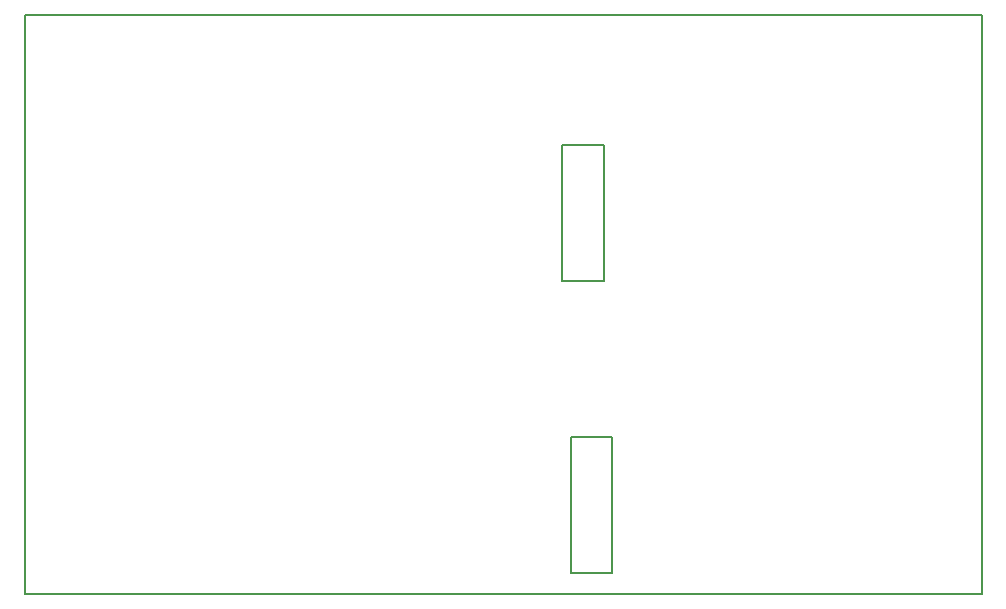
<source format=gm1>
G04 #@! TF.FileFunction,Profile,NP*
%FSLAX46Y46*%
G04 Gerber Fmt 4.6, Leading zero omitted, Abs format (unit mm)*
G04 Created by KiCad (PCBNEW 4.0.4+dfsg1-stable) date Mon Feb 27 19:18:29 2017*
%MOMM*%
%LPD*%
G01*
G04 APERTURE LIST*
%ADD1000C,0.100000*%
%ADD1100C,0.150000*%
G04 APERTURE END LIST*
D1000*
D1100*
X45500000Y38000000D02*
X45500000Y26500000D01*
X45500000Y26500000D02*
X49000000Y26500000D01*
X49000000Y26500000D02*
X49000000Y38000000D01*
X49000000Y38000000D02*
X45500000Y38000000D01*
X0Y0D02*
X81000000Y0D01*
X0Y49000000D02*
X0Y0D01*
X81000000Y49000000D02*
X0Y49000000D01*
X81000000Y0D02*
X81000000Y49000000D01*
X49750000Y13250000D02*
X46250000Y13250000D01*
X49750000Y1750000D02*
X49750000Y13250000D01*
X46250000Y1750000D02*
X49750000Y1750000D01*
X46250000Y13250000D02*
X46250000Y1750000D01*
M02*

</source>
